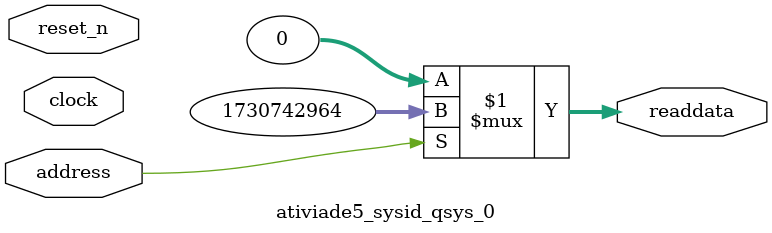
<source format=v>



// synthesis translate_off
`timescale 1ns / 1ps
// synthesis translate_on

// turn off superfluous verilog processor warnings 
// altera message_level Level1 
// altera message_off 10034 10035 10036 10037 10230 10240 10030 

module ativiade5_sysid_qsys_0 (
               // inputs:
                address,
                clock,
                reset_n,

               // outputs:
                readdata
             )
;

  output  [ 31: 0] readdata;
  input            address;
  input            clock;
  input            reset_n;

  wire    [ 31: 0] readdata;
  //control_slave, which is an e_avalon_slave
  assign readdata = address ? 1730742964 : 0;

endmodule



</source>
